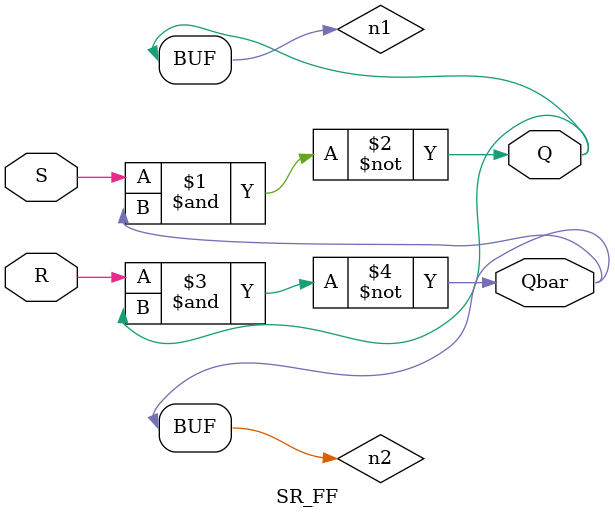
<source format=v>
`timescale 1ns / 1ps


module SR_FF (
    input S, R,
    output Q, Qbar
);
    wire n1, n2;

    nand (n1, S, Qbar);
    nand (n2, R, Q);
    assign Q = n1;
    assign Qbar = n2;
endmodule


</source>
